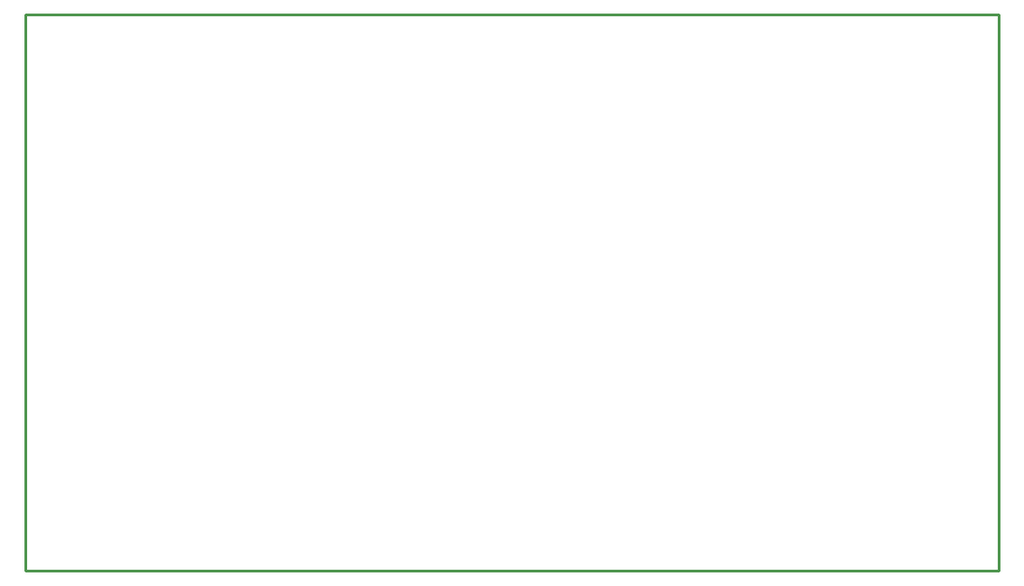
<source format=gko>
G04 Layer: BoardOutline*
G04 EasyEDA v6.4.20.6, 2021-07-28T17:52:38+05:30*
G04 7673a310b3b046d6880bcf56e2675785,cb7c4d428bdd4184835f340970a17a1a,10*
G04 Gerber Generator version 0.2*
G04 Scale: 100 percent, Rotated: No, Reflected: No *
G04 Dimensions in millimeters *
G04 leading zeros omitted , absolute positions ,4 integer and 5 decimal *
%FSLAX45Y45*%
%MOMM*%

%ADD10C,0.2540*%
D10*
X2730500Y7706360D02*
G01*
X11061700Y7706360D01*
X11061700Y2501900D01*
X1955800Y2501900D01*
X1955800Y7706360D01*
X2730500Y7706360D01*

%LPD*%
M02*

</source>
